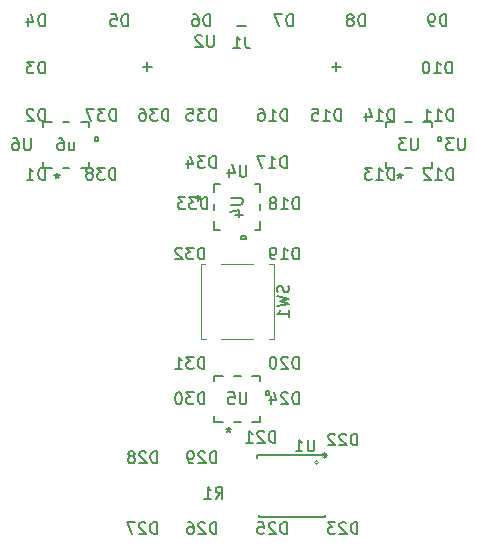
<source format=gbr>
G04 #@! TF.GenerationSoftware,KiCad,Pcbnew,(5.0.0)*
G04 #@! TF.CreationDate,2019-05-30T18:33:39-04:00*
G04 #@! TF.ProjectId,Tiny-er T,54696E792D657220542E6B696361645F,rev?*
G04 #@! TF.SameCoordinates,Original*
G04 #@! TF.FileFunction,Legend,Bot*
G04 #@! TF.FilePolarity,Positive*
%FSLAX46Y46*%
G04 Gerber Fmt 4.6, Leading zero omitted, Abs format (unit mm)*
G04 Created by KiCad (PCBNEW (5.0.0)) date 05/30/19 18:33:39*
%MOMM*%
%LPD*%
G01*
G04 APERTURE LIST*
%ADD10C,0.150000*%
%ADD11C,0.100000*%
%ADD12C,0.120000*%
%ADD13C,0.152400*%
G04 APERTURE END LIST*
D10*
G04 #@! TO.C,U1*
X117375000Y-120000000D02*
X111800000Y-120000000D01*
X117400000Y-114800000D02*
X111700000Y-114800000D01*
X117400000Y-120000000D02*
X117400000Y-119800000D01*
X111800000Y-119975000D02*
X111800000Y-119830000D01*
X111700000Y-114800000D02*
X111700000Y-115000000D01*
X117400000Y-114800000D02*
X117400000Y-114900000D01*
D11*
X116841421Y-115400000D02*
G75*
G03X116841421Y-115400000I-141421J0D01*
G01*
X117541421Y-114800000D02*
G75*
G03X117541421Y-114800000I-141421J0D01*
G01*
X117623607Y-114800000D02*
G75*
G03X117623607Y-114800000I-223607J0D01*
G01*
D12*
G04 #@! TO.C,SW1*
X107350000Y-104900000D02*
X106900000Y-104900000D01*
X106900000Y-104900000D02*
X106900000Y-98600000D01*
X106900000Y-98600000D02*
X107300000Y-98600000D01*
X108650000Y-104900000D02*
X111350000Y-104900000D01*
X111350000Y-98600000D02*
X108650000Y-98600000D01*
X113100000Y-104900000D02*
X113100000Y-98600000D01*
X113100000Y-98600000D02*
X112650000Y-98600000D01*
X112650000Y-104900000D02*
X113100000Y-104900000D01*
D13*
G04 #@! TO.C,U4*
X110309499Y-96197943D02*
X110309499Y-96451943D01*
X110690499Y-96197943D02*
X110309499Y-96197943D01*
X110690499Y-96451943D02*
X110690499Y-96197943D01*
X110309499Y-96451943D02*
X110690499Y-96451943D01*
X108048000Y-94027307D02*
X108048000Y-93472693D01*
X108527305Y-95702000D02*
X108048000Y-95702000D01*
X111952000Y-94972695D02*
X111952000Y-95702000D01*
X111952000Y-93472693D02*
X111952000Y-94027307D01*
X111472695Y-91798000D02*
X111952000Y-91798000D01*
X108048000Y-92527305D02*
X108048000Y-91798000D01*
X108048000Y-91798000D02*
X108527305Y-91798000D01*
X108048000Y-95702000D02*
X108048000Y-94972695D01*
X111952000Y-95702000D02*
X111472695Y-95702000D01*
X111952000Y-91798000D02*
X111952000Y-92527305D01*
G04 #@! TO.C,U3*
X126947943Y-88190501D02*
X127201943Y-88190501D01*
X126947943Y-87809501D02*
X126947943Y-88190501D01*
X127201943Y-87809501D02*
X126947943Y-87809501D01*
X127201943Y-88190501D02*
X127201943Y-87809501D01*
X124777307Y-90452000D02*
X124222693Y-90452000D01*
X126452000Y-89972695D02*
X126452000Y-90452000D01*
X125722695Y-86548000D02*
X126452000Y-86548000D01*
X124222693Y-86548000D02*
X124777307Y-86548000D01*
X122548000Y-87027305D02*
X122548000Y-86548000D01*
X123277305Y-90452000D02*
X122548000Y-90452000D01*
X122548000Y-90452000D02*
X122548000Y-89972695D01*
X126452000Y-90452000D02*
X125722695Y-90452000D01*
X126452000Y-86548000D02*
X126452000Y-87027305D01*
X122548000Y-86548000D02*
X123277305Y-86548000D01*
G04 #@! TO.C,U5*
X112447943Y-109690501D02*
X112701943Y-109690501D01*
X112447943Y-109309501D02*
X112447943Y-109690501D01*
X112701943Y-109309501D02*
X112447943Y-109309501D01*
X112701943Y-109690501D02*
X112701943Y-109309501D01*
X110277307Y-111952000D02*
X109722693Y-111952000D01*
X111952000Y-111472695D02*
X111952000Y-111952000D01*
X111222695Y-108048000D02*
X111952000Y-108048000D01*
X109722693Y-108048000D02*
X110277307Y-108048000D01*
X108048000Y-108527305D02*
X108048000Y-108048000D01*
X108777305Y-111952000D02*
X108048000Y-111952000D01*
X108048000Y-111952000D02*
X108048000Y-111472695D01*
X111952000Y-111952000D02*
X111222695Y-111952000D01*
X111952000Y-108048000D02*
X111952000Y-108527305D01*
X108048000Y-108048000D02*
X108777305Y-108048000D01*
G04 #@! TO.C,U6*
X93548000Y-86548000D02*
X94277305Y-86548000D01*
X97452000Y-86548000D02*
X97452000Y-87027305D01*
X97452000Y-90452000D02*
X96722695Y-90452000D01*
X93548000Y-90452000D02*
X93548000Y-89972695D01*
X94277305Y-90452000D02*
X93548000Y-90452000D01*
X93548000Y-87027305D02*
X93548000Y-86548000D01*
X95222693Y-86548000D02*
X95777307Y-86548000D01*
X96722695Y-86548000D02*
X97452000Y-86548000D01*
X97452000Y-89972695D02*
X97452000Y-90452000D01*
X95777307Y-90452000D02*
X95222693Y-90452000D01*
X98201943Y-88190501D02*
X98201943Y-87809501D01*
X98201943Y-87809501D02*
X97947943Y-87809501D01*
X97947943Y-87809501D02*
X97947943Y-88190501D01*
X97947943Y-88190501D02*
X98201943Y-88190501D01*
G04 #@! TO.C,D1*
D10*
X93688095Y-91452380D02*
X93688095Y-90452380D01*
X93450000Y-90452380D01*
X93307142Y-90500000D01*
X93211904Y-90595238D01*
X93164285Y-90690476D01*
X93116666Y-90880952D01*
X93116666Y-91023809D01*
X93164285Y-91214285D01*
X93211904Y-91309523D01*
X93307142Y-91404761D01*
X93450000Y-91452380D01*
X93688095Y-91452380D01*
X92164285Y-91452380D02*
X92735714Y-91452380D01*
X92450000Y-91452380D02*
X92450000Y-90452380D01*
X92545238Y-90595238D01*
X92640476Y-90690476D01*
X92735714Y-90738095D01*
G04 #@! TO.C,D2*
X93688095Y-86452380D02*
X93688095Y-85452380D01*
X93450000Y-85452380D01*
X93307142Y-85500000D01*
X93211904Y-85595238D01*
X93164285Y-85690476D01*
X93116666Y-85880952D01*
X93116666Y-86023809D01*
X93164285Y-86214285D01*
X93211904Y-86309523D01*
X93307142Y-86404761D01*
X93450000Y-86452380D01*
X93688095Y-86452380D01*
X92735714Y-85547619D02*
X92688095Y-85500000D01*
X92592857Y-85452380D01*
X92354761Y-85452380D01*
X92259523Y-85500000D01*
X92211904Y-85547619D01*
X92164285Y-85642857D01*
X92164285Y-85738095D01*
X92211904Y-85880952D01*
X92783333Y-86452380D01*
X92164285Y-86452380D01*
G04 #@! TO.C,D3*
X93688095Y-82452380D02*
X93688095Y-81452380D01*
X93450000Y-81452380D01*
X93307142Y-81500000D01*
X93211904Y-81595238D01*
X93164285Y-81690476D01*
X93116666Y-81880952D01*
X93116666Y-82023809D01*
X93164285Y-82214285D01*
X93211904Y-82309523D01*
X93307142Y-82404761D01*
X93450000Y-82452380D01*
X93688095Y-82452380D01*
X92783333Y-81452380D02*
X92164285Y-81452380D01*
X92497619Y-81833333D01*
X92354761Y-81833333D01*
X92259523Y-81880952D01*
X92211904Y-81928571D01*
X92164285Y-82023809D01*
X92164285Y-82261904D01*
X92211904Y-82357142D01*
X92259523Y-82404761D01*
X92354761Y-82452380D01*
X92640476Y-82452380D01*
X92735714Y-82404761D01*
X92783333Y-82357142D01*
G04 #@! TO.C,D4*
X93688095Y-78452380D02*
X93688095Y-77452380D01*
X93450000Y-77452380D01*
X93307142Y-77500000D01*
X93211904Y-77595238D01*
X93164285Y-77690476D01*
X93116666Y-77880952D01*
X93116666Y-78023809D01*
X93164285Y-78214285D01*
X93211904Y-78309523D01*
X93307142Y-78404761D01*
X93450000Y-78452380D01*
X93688095Y-78452380D01*
X92259523Y-77785714D02*
X92259523Y-78452380D01*
X92497619Y-77404761D02*
X92735714Y-78119047D01*
X92116666Y-78119047D01*
G04 #@! TO.C,D5*
X100738095Y-78452380D02*
X100738095Y-77452380D01*
X100500000Y-77452380D01*
X100357142Y-77500000D01*
X100261904Y-77595238D01*
X100214285Y-77690476D01*
X100166666Y-77880952D01*
X100166666Y-78023809D01*
X100214285Y-78214285D01*
X100261904Y-78309523D01*
X100357142Y-78404761D01*
X100500000Y-78452380D01*
X100738095Y-78452380D01*
X99261904Y-77452380D02*
X99738095Y-77452380D01*
X99785714Y-77928571D01*
X99738095Y-77880952D01*
X99642857Y-77833333D01*
X99404761Y-77833333D01*
X99309523Y-77880952D01*
X99261904Y-77928571D01*
X99214285Y-78023809D01*
X99214285Y-78261904D01*
X99261904Y-78357142D01*
X99309523Y-78404761D01*
X99404761Y-78452380D01*
X99642857Y-78452380D01*
X99738095Y-78404761D01*
X99785714Y-78357142D01*
G04 #@! TO.C,D6*
X107688095Y-78452380D02*
X107688095Y-77452380D01*
X107450000Y-77452380D01*
X107307142Y-77500000D01*
X107211904Y-77595238D01*
X107164285Y-77690476D01*
X107116666Y-77880952D01*
X107116666Y-78023809D01*
X107164285Y-78214285D01*
X107211904Y-78309523D01*
X107307142Y-78404761D01*
X107450000Y-78452380D01*
X107688095Y-78452380D01*
X106259523Y-77452380D02*
X106450000Y-77452380D01*
X106545238Y-77500000D01*
X106592857Y-77547619D01*
X106688095Y-77690476D01*
X106735714Y-77880952D01*
X106735714Y-78261904D01*
X106688095Y-78357142D01*
X106640476Y-78404761D01*
X106545238Y-78452380D01*
X106354761Y-78452380D01*
X106259523Y-78404761D01*
X106211904Y-78357142D01*
X106164285Y-78261904D01*
X106164285Y-78023809D01*
X106211904Y-77928571D01*
X106259523Y-77880952D01*
X106354761Y-77833333D01*
X106545238Y-77833333D01*
X106640476Y-77880952D01*
X106688095Y-77928571D01*
X106735714Y-78023809D01*
G04 #@! TO.C,D7*
X114688095Y-78452380D02*
X114688095Y-77452380D01*
X114450000Y-77452380D01*
X114307142Y-77500000D01*
X114211904Y-77595238D01*
X114164285Y-77690476D01*
X114116666Y-77880952D01*
X114116666Y-78023809D01*
X114164285Y-78214285D01*
X114211904Y-78309523D01*
X114307142Y-78404761D01*
X114450000Y-78452380D01*
X114688095Y-78452380D01*
X113783333Y-77452380D02*
X113116666Y-77452380D01*
X113545238Y-78452380D01*
G04 #@! TO.C,D8*
X120788095Y-78452380D02*
X120788095Y-77452380D01*
X120550000Y-77452380D01*
X120407142Y-77500000D01*
X120311904Y-77595238D01*
X120264285Y-77690476D01*
X120216666Y-77880952D01*
X120216666Y-78023809D01*
X120264285Y-78214285D01*
X120311904Y-78309523D01*
X120407142Y-78404761D01*
X120550000Y-78452380D01*
X120788095Y-78452380D01*
X119645238Y-77880952D02*
X119740476Y-77833333D01*
X119788095Y-77785714D01*
X119835714Y-77690476D01*
X119835714Y-77642857D01*
X119788095Y-77547619D01*
X119740476Y-77500000D01*
X119645238Y-77452380D01*
X119454761Y-77452380D01*
X119359523Y-77500000D01*
X119311904Y-77547619D01*
X119264285Y-77642857D01*
X119264285Y-77690476D01*
X119311904Y-77785714D01*
X119359523Y-77833333D01*
X119454761Y-77880952D01*
X119645238Y-77880952D01*
X119740476Y-77928571D01*
X119788095Y-77976190D01*
X119835714Y-78071428D01*
X119835714Y-78261904D01*
X119788095Y-78357142D01*
X119740476Y-78404761D01*
X119645238Y-78452380D01*
X119454761Y-78452380D01*
X119359523Y-78404761D01*
X119311904Y-78357142D01*
X119264285Y-78261904D01*
X119264285Y-78071428D01*
X119311904Y-77976190D01*
X119359523Y-77928571D01*
X119454761Y-77880952D01*
G04 #@! TO.C,D9*
X127688095Y-78452380D02*
X127688095Y-77452380D01*
X127450000Y-77452380D01*
X127307142Y-77500000D01*
X127211904Y-77595238D01*
X127164285Y-77690476D01*
X127116666Y-77880952D01*
X127116666Y-78023809D01*
X127164285Y-78214285D01*
X127211904Y-78309523D01*
X127307142Y-78404761D01*
X127450000Y-78452380D01*
X127688095Y-78452380D01*
X126640476Y-78452380D02*
X126450000Y-78452380D01*
X126354761Y-78404761D01*
X126307142Y-78357142D01*
X126211904Y-78214285D01*
X126164285Y-78023809D01*
X126164285Y-77642857D01*
X126211904Y-77547619D01*
X126259523Y-77500000D01*
X126354761Y-77452380D01*
X126545238Y-77452380D01*
X126640476Y-77500000D01*
X126688095Y-77547619D01*
X126735714Y-77642857D01*
X126735714Y-77880952D01*
X126688095Y-77976190D01*
X126640476Y-78023809D01*
X126545238Y-78071428D01*
X126354761Y-78071428D01*
X126259523Y-78023809D01*
X126211904Y-77976190D01*
X126164285Y-77880952D01*
G04 #@! TO.C,D10*
X128164285Y-82452380D02*
X128164285Y-81452380D01*
X127926190Y-81452380D01*
X127783333Y-81500000D01*
X127688095Y-81595238D01*
X127640476Y-81690476D01*
X127592857Y-81880952D01*
X127592857Y-82023809D01*
X127640476Y-82214285D01*
X127688095Y-82309523D01*
X127783333Y-82404761D01*
X127926190Y-82452380D01*
X128164285Y-82452380D01*
X126640476Y-82452380D02*
X127211904Y-82452380D01*
X126926190Y-82452380D02*
X126926190Y-81452380D01*
X127021428Y-81595238D01*
X127116666Y-81690476D01*
X127211904Y-81738095D01*
X126021428Y-81452380D02*
X125926190Y-81452380D01*
X125830952Y-81500000D01*
X125783333Y-81547619D01*
X125735714Y-81642857D01*
X125688095Y-81833333D01*
X125688095Y-82071428D01*
X125735714Y-82261904D01*
X125783333Y-82357142D01*
X125830952Y-82404761D01*
X125926190Y-82452380D01*
X126021428Y-82452380D01*
X126116666Y-82404761D01*
X126164285Y-82357142D01*
X126211904Y-82261904D01*
X126259523Y-82071428D01*
X126259523Y-81833333D01*
X126211904Y-81642857D01*
X126164285Y-81547619D01*
X126116666Y-81500000D01*
X126021428Y-81452380D01*
G04 #@! TO.C,D11*
X128264285Y-86452380D02*
X128264285Y-85452380D01*
X128026190Y-85452380D01*
X127883333Y-85500000D01*
X127788095Y-85595238D01*
X127740476Y-85690476D01*
X127692857Y-85880952D01*
X127692857Y-86023809D01*
X127740476Y-86214285D01*
X127788095Y-86309523D01*
X127883333Y-86404761D01*
X128026190Y-86452380D01*
X128264285Y-86452380D01*
X126740476Y-86452380D02*
X127311904Y-86452380D01*
X127026190Y-86452380D02*
X127026190Y-85452380D01*
X127121428Y-85595238D01*
X127216666Y-85690476D01*
X127311904Y-85738095D01*
X125788095Y-86452380D02*
X126359523Y-86452380D01*
X126073809Y-86452380D02*
X126073809Y-85452380D01*
X126169047Y-85595238D01*
X126264285Y-85690476D01*
X126359523Y-85738095D01*
G04 #@! TO.C,D12*
X128264285Y-91452380D02*
X128264285Y-90452380D01*
X128026190Y-90452380D01*
X127883333Y-90500000D01*
X127788095Y-90595238D01*
X127740476Y-90690476D01*
X127692857Y-90880952D01*
X127692857Y-91023809D01*
X127740476Y-91214285D01*
X127788095Y-91309523D01*
X127883333Y-91404761D01*
X128026190Y-91452380D01*
X128264285Y-91452380D01*
X126740476Y-91452380D02*
X127311904Y-91452380D01*
X127026190Y-91452380D02*
X127026190Y-90452380D01*
X127121428Y-90595238D01*
X127216666Y-90690476D01*
X127311904Y-90738095D01*
X126359523Y-90547619D02*
X126311904Y-90500000D01*
X126216666Y-90452380D01*
X125978571Y-90452380D01*
X125883333Y-90500000D01*
X125835714Y-90547619D01*
X125788095Y-90642857D01*
X125788095Y-90738095D01*
X125835714Y-90880952D01*
X126407142Y-91452380D01*
X125788095Y-91452380D01*
G04 #@! TO.C,D13*
X123264285Y-91452380D02*
X123264285Y-90452380D01*
X123026190Y-90452380D01*
X122883333Y-90500000D01*
X122788095Y-90595238D01*
X122740476Y-90690476D01*
X122692857Y-90880952D01*
X122692857Y-91023809D01*
X122740476Y-91214285D01*
X122788095Y-91309523D01*
X122883333Y-91404761D01*
X123026190Y-91452380D01*
X123264285Y-91452380D01*
X121740476Y-91452380D02*
X122311904Y-91452380D01*
X122026190Y-91452380D02*
X122026190Y-90452380D01*
X122121428Y-90595238D01*
X122216666Y-90690476D01*
X122311904Y-90738095D01*
X121407142Y-90452380D02*
X120788095Y-90452380D01*
X121121428Y-90833333D01*
X120978571Y-90833333D01*
X120883333Y-90880952D01*
X120835714Y-90928571D01*
X120788095Y-91023809D01*
X120788095Y-91261904D01*
X120835714Y-91357142D01*
X120883333Y-91404761D01*
X120978571Y-91452380D01*
X121264285Y-91452380D01*
X121359523Y-91404761D01*
X121407142Y-91357142D01*
G04 #@! TO.C,D14*
X123264285Y-86452380D02*
X123264285Y-85452380D01*
X123026190Y-85452380D01*
X122883333Y-85500000D01*
X122788095Y-85595238D01*
X122740476Y-85690476D01*
X122692857Y-85880952D01*
X122692857Y-86023809D01*
X122740476Y-86214285D01*
X122788095Y-86309523D01*
X122883333Y-86404761D01*
X123026190Y-86452380D01*
X123264285Y-86452380D01*
X121740476Y-86452380D02*
X122311904Y-86452380D01*
X122026190Y-86452380D02*
X122026190Y-85452380D01*
X122121428Y-85595238D01*
X122216666Y-85690476D01*
X122311904Y-85738095D01*
X120883333Y-85785714D02*
X120883333Y-86452380D01*
X121121428Y-85404761D02*
X121359523Y-86119047D01*
X120740476Y-86119047D01*
G04 #@! TO.C,D15*
X118764285Y-86452380D02*
X118764285Y-85452380D01*
X118526190Y-85452380D01*
X118383333Y-85500000D01*
X118288095Y-85595238D01*
X118240476Y-85690476D01*
X118192857Y-85880952D01*
X118192857Y-86023809D01*
X118240476Y-86214285D01*
X118288095Y-86309523D01*
X118383333Y-86404761D01*
X118526190Y-86452380D01*
X118764285Y-86452380D01*
X117240476Y-86452380D02*
X117811904Y-86452380D01*
X117526190Y-86452380D02*
X117526190Y-85452380D01*
X117621428Y-85595238D01*
X117716666Y-85690476D01*
X117811904Y-85738095D01*
X116335714Y-85452380D02*
X116811904Y-85452380D01*
X116859523Y-85928571D01*
X116811904Y-85880952D01*
X116716666Y-85833333D01*
X116478571Y-85833333D01*
X116383333Y-85880952D01*
X116335714Y-85928571D01*
X116288095Y-86023809D01*
X116288095Y-86261904D01*
X116335714Y-86357142D01*
X116383333Y-86404761D01*
X116478571Y-86452380D01*
X116716666Y-86452380D01*
X116811904Y-86404761D01*
X116859523Y-86357142D01*
G04 #@! TO.C,D16*
X114214285Y-86452380D02*
X114214285Y-85452380D01*
X113976190Y-85452380D01*
X113833333Y-85500000D01*
X113738095Y-85595238D01*
X113690476Y-85690476D01*
X113642857Y-85880952D01*
X113642857Y-86023809D01*
X113690476Y-86214285D01*
X113738095Y-86309523D01*
X113833333Y-86404761D01*
X113976190Y-86452380D01*
X114214285Y-86452380D01*
X112690476Y-86452380D02*
X113261904Y-86452380D01*
X112976190Y-86452380D02*
X112976190Y-85452380D01*
X113071428Y-85595238D01*
X113166666Y-85690476D01*
X113261904Y-85738095D01*
X111833333Y-85452380D02*
X112023809Y-85452380D01*
X112119047Y-85500000D01*
X112166666Y-85547619D01*
X112261904Y-85690476D01*
X112309523Y-85880952D01*
X112309523Y-86261904D01*
X112261904Y-86357142D01*
X112214285Y-86404761D01*
X112119047Y-86452380D01*
X111928571Y-86452380D01*
X111833333Y-86404761D01*
X111785714Y-86357142D01*
X111738095Y-86261904D01*
X111738095Y-86023809D01*
X111785714Y-85928571D01*
X111833333Y-85880952D01*
X111928571Y-85833333D01*
X112119047Y-85833333D01*
X112214285Y-85880952D01*
X112261904Y-85928571D01*
X112309523Y-86023809D01*
G04 #@! TO.C,D17*
X114164285Y-90452380D02*
X114164285Y-89452380D01*
X113926190Y-89452380D01*
X113783333Y-89500000D01*
X113688095Y-89595238D01*
X113640476Y-89690476D01*
X113592857Y-89880952D01*
X113592857Y-90023809D01*
X113640476Y-90214285D01*
X113688095Y-90309523D01*
X113783333Y-90404761D01*
X113926190Y-90452380D01*
X114164285Y-90452380D01*
X112640476Y-90452380D02*
X113211904Y-90452380D01*
X112926190Y-90452380D02*
X112926190Y-89452380D01*
X113021428Y-89595238D01*
X113116666Y-89690476D01*
X113211904Y-89738095D01*
X112307142Y-89452380D02*
X111640476Y-89452380D01*
X112069047Y-90452380D01*
G04 #@! TO.C,D18*
X115214285Y-93952380D02*
X115214285Y-92952380D01*
X114976190Y-92952380D01*
X114833333Y-93000000D01*
X114738095Y-93095238D01*
X114690476Y-93190476D01*
X114642857Y-93380952D01*
X114642857Y-93523809D01*
X114690476Y-93714285D01*
X114738095Y-93809523D01*
X114833333Y-93904761D01*
X114976190Y-93952380D01*
X115214285Y-93952380D01*
X113690476Y-93952380D02*
X114261904Y-93952380D01*
X113976190Y-93952380D02*
X113976190Y-92952380D01*
X114071428Y-93095238D01*
X114166666Y-93190476D01*
X114261904Y-93238095D01*
X113119047Y-93380952D02*
X113214285Y-93333333D01*
X113261904Y-93285714D01*
X113309523Y-93190476D01*
X113309523Y-93142857D01*
X113261904Y-93047619D01*
X113214285Y-93000000D01*
X113119047Y-92952380D01*
X112928571Y-92952380D01*
X112833333Y-93000000D01*
X112785714Y-93047619D01*
X112738095Y-93142857D01*
X112738095Y-93190476D01*
X112785714Y-93285714D01*
X112833333Y-93333333D01*
X112928571Y-93380952D01*
X113119047Y-93380952D01*
X113214285Y-93428571D01*
X113261904Y-93476190D01*
X113309523Y-93571428D01*
X113309523Y-93761904D01*
X113261904Y-93857142D01*
X113214285Y-93904761D01*
X113119047Y-93952380D01*
X112928571Y-93952380D01*
X112833333Y-93904761D01*
X112785714Y-93857142D01*
X112738095Y-93761904D01*
X112738095Y-93571428D01*
X112785714Y-93476190D01*
X112833333Y-93428571D01*
X112928571Y-93380952D01*
G04 #@! TO.C,D19*
X115214285Y-98202380D02*
X115214285Y-97202380D01*
X114976190Y-97202380D01*
X114833333Y-97250000D01*
X114738095Y-97345238D01*
X114690476Y-97440476D01*
X114642857Y-97630952D01*
X114642857Y-97773809D01*
X114690476Y-97964285D01*
X114738095Y-98059523D01*
X114833333Y-98154761D01*
X114976190Y-98202380D01*
X115214285Y-98202380D01*
X113690476Y-98202380D02*
X114261904Y-98202380D01*
X113976190Y-98202380D02*
X113976190Y-97202380D01*
X114071428Y-97345238D01*
X114166666Y-97440476D01*
X114261904Y-97488095D01*
X113214285Y-98202380D02*
X113023809Y-98202380D01*
X112928571Y-98154761D01*
X112880952Y-98107142D01*
X112785714Y-97964285D01*
X112738095Y-97773809D01*
X112738095Y-97392857D01*
X112785714Y-97297619D01*
X112833333Y-97250000D01*
X112928571Y-97202380D01*
X113119047Y-97202380D01*
X113214285Y-97250000D01*
X113261904Y-97297619D01*
X113309523Y-97392857D01*
X113309523Y-97630952D01*
X113261904Y-97726190D01*
X113214285Y-97773809D01*
X113119047Y-97821428D01*
X112928571Y-97821428D01*
X112833333Y-97773809D01*
X112785714Y-97726190D01*
X112738095Y-97630952D01*
G04 #@! TO.C,D20*
X115214285Y-107452380D02*
X115214285Y-106452380D01*
X114976190Y-106452380D01*
X114833333Y-106500000D01*
X114738095Y-106595238D01*
X114690476Y-106690476D01*
X114642857Y-106880952D01*
X114642857Y-107023809D01*
X114690476Y-107214285D01*
X114738095Y-107309523D01*
X114833333Y-107404761D01*
X114976190Y-107452380D01*
X115214285Y-107452380D01*
X114261904Y-106547619D02*
X114214285Y-106500000D01*
X114119047Y-106452380D01*
X113880952Y-106452380D01*
X113785714Y-106500000D01*
X113738095Y-106547619D01*
X113690476Y-106642857D01*
X113690476Y-106738095D01*
X113738095Y-106880952D01*
X114309523Y-107452380D01*
X113690476Y-107452380D01*
X113071428Y-106452380D02*
X112976190Y-106452380D01*
X112880952Y-106500000D01*
X112833333Y-106547619D01*
X112785714Y-106642857D01*
X112738095Y-106833333D01*
X112738095Y-107071428D01*
X112785714Y-107261904D01*
X112833333Y-107357142D01*
X112880952Y-107404761D01*
X112976190Y-107452380D01*
X113071428Y-107452380D01*
X113166666Y-107404761D01*
X113214285Y-107357142D01*
X113261904Y-107261904D01*
X113309523Y-107071428D01*
X113309523Y-106833333D01*
X113261904Y-106642857D01*
X113214285Y-106547619D01*
X113166666Y-106500000D01*
X113071428Y-106452380D01*
G04 #@! TO.C,D21*
X113214285Y-113702380D02*
X113214285Y-112702380D01*
X112976190Y-112702380D01*
X112833333Y-112750000D01*
X112738095Y-112845238D01*
X112690476Y-112940476D01*
X112642857Y-113130952D01*
X112642857Y-113273809D01*
X112690476Y-113464285D01*
X112738095Y-113559523D01*
X112833333Y-113654761D01*
X112976190Y-113702380D01*
X113214285Y-113702380D01*
X112261904Y-112797619D02*
X112214285Y-112750000D01*
X112119047Y-112702380D01*
X111880952Y-112702380D01*
X111785714Y-112750000D01*
X111738095Y-112797619D01*
X111690476Y-112892857D01*
X111690476Y-112988095D01*
X111738095Y-113130952D01*
X112309523Y-113702380D01*
X111690476Y-113702380D01*
X110738095Y-113702380D02*
X111309523Y-113702380D01*
X111023809Y-113702380D02*
X111023809Y-112702380D01*
X111119047Y-112845238D01*
X111214285Y-112940476D01*
X111309523Y-112988095D01*
G04 #@! TO.C,D22*
X120164285Y-113952380D02*
X120164285Y-112952380D01*
X119926190Y-112952380D01*
X119783333Y-113000000D01*
X119688095Y-113095238D01*
X119640476Y-113190476D01*
X119592857Y-113380952D01*
X119592857Y-113523809D01*
X119640476Y-113714285D01*
X119688095Y-113809523D01*
X119783333Y-113904761D01*
X119926190Y-113952380D01*
X120164285Y-113952380D01*
X119211904Y-113047619D02*
X119164285Y-113000000D01*
X119069047Y-112952380D01*
X118830952Y-112952380D01*
X118735714Y-113000000D01*
X118688095Y-113047619D01*
X118640476Y-113142857D01*
X118640476Y-113238095D01*
X118688095Y-113380952D01*
X119259523Y-113952380D01*
X118640476Y-113952380D01*
X118259523Y-113047619D02*
X118211904Y-113000000D01*
X118116666Y-112952380D01*
X117878571Y-112952380D01*
X117783333Y-113000000D01*
X117735714Y-113047619D01*
X117688095Y-113142857D01*
X117688095Y-113238095D01*
X117735714Y-113380952D01*
X118307142Y-113952380D01*
X117688095Y-113952380D01*
G04 #@! TO.C,D23*
X120164285Y-121452380D02*
X120164285Y-120452380D01*
X119926190Y-120452380D01*
X119783333Y-120500000D01*
X119688095Y-120595238D01*
X119640476Y-120690476D01*
X119592857Y-120880952D01*
X119592857Y-121023809D01*
X119640476Y-121214285D01*
X119688095Y-121309523D01*
X119783333Y-121404761D01*
X119926190Y-121452380D01*
X120164285Y-121452380D01*
X119211904Y-120547619D02*
X119164285Y-120500000D01*
X119069047Y-120452380D01*
X118830952Y-120452380D01*
X118735714Y-120500000D01*
X118688095Y-120547619D01*
X118640476Y-120642857D01*
X118640476Y-120738095D01*
X118688095Y-120880952D01*
X119259523Y-121452380D01*
X118640476Y-121452380D01*
X118307142Y-120452380D02*
X117688095Y-120452380D01*
X118021428Y-120833333D01*
X117878571Y-120833333D01*
X117783333Y-120880952D01*
X117735714Y-120928571D01*
X117688095Y-121023809D01*
X117688095Y-121261904D01*
X117735714Y-121357142D01*
X117783333Y-121404761D01*
X117878571Y-121452380D01*
X118164285Y-121452380D01*
X118259523Y-121404761D01*
X118307142Y-121357142D01*
G04 #@! TO.C,D24*
X115214285Y-110452380D02*
X115214285Y-109452380D01*
X114976190Y-109452380D01*
X114833333Y-109500000D01*
X114738095Y-109595238D01*
X114690476Y-109690476D01*
X114642857Y-109880952D01*
X114642857Y-110023809D01*
X114690476Y-110214285D01*
X114738095Y-110309523D01*
X114833333Y-110404761D01*
X114976190Y-110452380D01*
X115214285Y-110452380D01*
X114261904Y-109547619D02*
X114214285Y-109500000D01*
X114119047Y-109452380D01*
X113880952Y-109452380D01*
X113785714Y-109500000D01*
X113738095Y-109547619D01*
X113690476Y-109642857D01*
X113690476Y-109738095D01*
X113738095Y-109880952D01*
X114309523Y-110452380D01*
X113690476Y-110452380D01*
X112833333Y-109785714D02*
X112833333Y-110452380D01*
X113071428Y-109404761D02*
X113309523Y-110119047D01*
X112690476Y-110119047D01*
G04 #@! TO.C,U1*
X116511904Y-113452380D02*
X116511904Y-114261904D01*
X116464285Y-114357142D01*
X116416666Y-114404761D01*
X116321428Y-114452380D01*
X116130952Y-114452380D01*
X116035714Y-114404761D01*
X115988095Y-114357142D01*
X115940476Y-114261904D01*
X115940476Y-113452380D01*
X114940476Y-114452380D02*
X115511904Y-114452380D01*
X115226190Y-114452380D02*
X115226190Y-113452380D01*
X115321428Y-113595238D01*
X115416666Y-113690476D01*
X115511904Y-113738095D01*
G04 #@! TO.C,SW1*
X114304761Y-100416666D02*
X114352380Y-100559523D01*
X114352380Y-100797619D01*
X114304761Y-100892857D01*
X114257142Y-100940476D01*
X114161904Y-100988095D01*
X114066666Y-100988095D01*
X113971428Y-100940476D01*
X113923809Y-100892857D01*
X113876190Y-100797619D01*
X113828571Y-100607142D01*
X113780952Y-100511904D01*
X113733333Y-100464285D01*
X113638095Y-100416666D01*
X113542857Y-100416666D01*
X113447619Y-100464285D01*
X113400000Y-100511904D01*
X113352380Y-100607142D01*
X113352380Y-100845238D01*
X113400000Y-100988095D01*
X113352380Y-101321428D02*
X114352380Y-101559523D01*
X113638095Y-101750000D01*
X114352380Y-101940476D01*
X113352380Y-102178571D01*
X114352380Y-103083333D02*
X114352380Y-102511904D01*
X114352380Y-102797619D02*
X113352380Y-102797619D01*
X113495238Y-102702380D01*
X113590476Y-102607142D01*
X113638095Y-102511904D01*
G04 #@! TO.C,U4*
X109452380Y-92988095D02*
X110261904Y-92988095D01*
X110357142Y-93035714D01*
X110404761Y-93083333D01*
X110452380Y-93178571D01*
X110452380Y-93369047D01*
X110404761Y-93464285D01*
X110357142Y-93511904D01*
X110261904Y-93559523D01*
X109452380Y-93559523D01*
X109785714Y-94464285D02*
X110452380Y-94464285D01*
X109404761Y-94226190D02*
X110119047Y-93988095D01*
X110119047Y-94607142D01*
X110761904Y-90202380D02*
X110761904Y-91011904D01*
X110714285Y-91107142D01*
X110666666Y-91154761D01*
X110571428Y-91202380D01*
X110380952Y-91202380D01*
X110285714Y-91154761D01*
X110238095Y-91107142D01*
X110190476Y-91011904D01*
X110190476Y-90202380D01*
X109285714Y-90535714D02*
X109285714Y-91202380D01*
X109523809Y-90154761D02*
X109761904Y-90869047D01*
X109142857Y-90869047D01*
X106509038Y-93000000D02*
X106747134Y-93000000D01*
X106651896Y-92761904D02*
X106747134Y-93000000D01*
X106651896Y-93238095D01*
X106937610Y-92857142D02*
X106747134Y-93000000D01*
X106937610Y-93142857D01*
G04 #@! TO.C,U2*
X108011904Y-79202380D02*
X108011904Y-80011904D01*
X107964285Y-80107142D01*
X107916666Y-80154761D01*
X107821428Y-80202380D01*
X107630952Y-80202380D01*
X107535714Y-80154761D01*
X107488095Y-80107142D01*
X107440476Y-80011904D01*
X107440476Y-79202380D01*
X107011904Y-79297619D02*
X106964285Y-79250000D01*
X106869047Y-79202380D01*
X106630952Y-79202380D01*
X106535714Y-79250000D01*
X106488095Y-79297619D01*
X106440476Y-79392857D01*
X106440476Y-79488095D01*
X106488095Y-79630952D01*
X107059523Y-80202380D01*
X106440476Y-80202380D01*
G04 #@! TO.C,U3*
X125261904Y-87952380D02*
X125261904Y-88761904D01*
X125214285Y-88857142D01*
X125166666Y-88904761D01*
X125071428Y-88952380D01*
X124880952Y-88952380D01*
X124785714Y-88904761D01*
X124738095Y-88857142D01*
X124690476Y-88761904D01*
X124690476Y-87952380D01*
X124309523Y-87952380D02*
X123690476Y-87952380D01*
X124023809Y-88333333D01*
X123880952Y-88333333D01*
X123785714Y-88380952D01*
X123738095Y-88428571D01*
X123690476Y-88523809D01*
X123690476Y-88761904D01*
X123738095Y-88857142D01*
X123785714Y-88904761D01*
X123880952Y-88952380D01*
X124166666Y-88952380D01*
X124261904Y-88904761D01*
X124309523Y-88857142D01*
X129261904Y-87952380D02*
X129261904Y-88761904D01*
X129214285Y-88857142D01*
X129166666Y-88904761D01*
X129071428Y-88952380D01*
X128880952Y-88952380D01*
X128785714Y-88904761D01*
X128738095Y-88857142D01*
X128690476Y-88761904D01*
X128690476Y-87952380D01*
X128309523Y-87952380D02*
X127690476Y-87952380D01*
X128023809Y-88333333D01*
X127880952Y-88333333D01*
X127785714Y-88380952D01*
X127738095Y-88428571D01*
X127690476Y-88523809D01*
X127690476Y-88761904D01*
X127738095Y-88857142D01*
X127785714Y-88904761D01*
X127880952Y-88952380D01*
X128166666Y-88952380D01*
X128261904Y-88904761D01*
X128309523Y-88857142D01*
X123750000Y-90895722D02*
X123750000Y-91133818D01*
X123988095Y-91038580D02*
X123750000Y-91133818D01*
X123511904Y-91038580D01*
X123892857Y-91324294D02*
X123750000Y-91133818D01*
X123607142Y-91324294D01*
G04 #@! TO.C,D25*
X114164285Y-121452380D02*
X114164285Y-120452380D01*
X113926190Y-120452380D01*
X113783333Y-120500000D01*
X113688095Y-120595238D01*
X113640476Y-120690476D01*
X113592857Y-120880952D01*
X113592857Y-121023809D01*
X113640476Y-121214285D01*
X113688095Y-121309523D01*
X113783333Y-121404761D01*
X113926190Y-121452380D01*
X114164285Y-121452380D01*
X113211904Y-120547619D02*
X113164285Y-120500000D01*
X113069047Y-120452380D01*
X112830952Y-120452380D01*
X112735714Y-120500000D01*
X112688095Y-120547619D01*
X112640476Y-120642857D01*
X112640476Y-120738095D01*
X112688095Y-120880952D01*
X113259523Y-121452380D01*
X112640476Y-121452380D01*
X111735714Y-120452380D02*
X112211904Y-120452380D01*
X112259523Y-120928571D01*
X112211904Y-120880952D01*
X112116666Y-120833333D01*
X111878571Y-120833333D01*
X111783333Y-120880952D01*
X111735714Y-120928571D01*
X111688095Y-121023809D01*
X111688095Y-121261904D01*
X111735714Y-121357142D01*
X111783333Y-121404761D01*
X111878571Y-121452380D01*
X112116666Y-121452380D01*
X112211904Y-121404761D01*
X112259523Y-121357142D01*
G04 #@! TO.C,D26*
X108214285Y-121452380D02*
X108214285Y-120452380D01*
X107976190Y-120452380D01*
X107833333Y-120500000D01*
X107738095Y-120595238D01*
X107690476Y-120690476D01*
X107642857Y-120880952D01*
X107642857Y-121023809D01*
X107690476Y-121214285D01*
X107738095Y-121309523D01*
X107833333Y-121404761D01*
X107976190Y-121452380D01*
X108214285Y-121452380D01*
X107261904Y-120547619D02*
X107214285Y-120500000D01*
X107119047Y-120452380D01*
X106880952Y-120452380D01*
X106785714Y-120500000D01*
X106738095Y-120547619D01*
X106690476Y-120642857D01*
X106690476Y-120738095D01*
X106738095Y-120880952D01*
X107309523Y-121452380D01*
X106690476Y-121452380D01*
X105833333Y-120452380D02*
X106023809Y-120452380D01*
X106119047Y-120500000D01*
X106166666Y-120547619D01*
X106261904Y-120690476D01*
X106309523Y-120880952D01*
X106309523Y-121261904D01*
X106261904Y-121357142D01*
X106214285Y-121404761D01*
X106119047Y-121452380D01*
X105928571Y-121452380D01*
X105833333Y-121404761D01*
X105785714Y-121357142D01*
X105738095Y-121261904D01*
X105738095Y-121023809D01*
X105785714Y-120928571D01*
X105833333Y-120880952D01*
X105928571Y-120833333D01*
X106119047Y-120833333D01*
X106214285Y-120880952D01*
X106261904Y-120928571D01*
X106309523Y-121023809D01*
G04 #@! TO.C,D27*
X103164285Y-121452380D02*
X103164285Y-120452380D01*
X102926190Y-120452380D01*
X102783333Y-120500000D01*
X102688095Y-120595238D01*
X102640476Y-120690476D01*
X102592857Y-120880952D01*
X102592857Y-121023809D01*
X102640476Y-121214285D01*
X102688095Y-121309523D01*
X102783333Y-121404761D01*
X102926190Y-121452380D01*
X103164285Y-121452380D01*
X102211904Y-120547619D02*
X102164285Y-120500000D01*
X102069047Y-120452380D01*
X101830952Y-120452380D01*
X101735714Y-120500000D01*
X101688095Y-120547619D01*
X101640476Y-120642857D01*
X101640476Y-120738095D01*
X101688095Y-120880952D01*
X102259523Y-121452380D01*
X101640476Y-121452380D01*
X101307142Y-120452380D02*
X100640476Y-120452380D01*
X101069047Y-121452380D01*
G04 #@! TO.C,D28*
X103214285Y-115452380D02*
X103214285Y-114452380D01*
X102976190Y-114452380D01*
X102833333Y-114500000D01*
X102738095Y-114595238D01*
X102690476Y-114690476D01*
X102642857Y-114880952D01*
X102642857Y-115023809D01*
X102690476Y-115214285D01*
X102738095Y-115309523D01*
X102833333Y-115404761D01*
X102976190Y-115452380D01*
X103214285Y-115452380D01*
X102261904Y-114547619D02*
X102214285Y-114500000D01*
X102119047Y-114452380D01*
X101880952Y-114452380D01*
X101785714Y-114500000D01*
X101738095Y-114547619D01*
X101690476Y-114642857D01*
X101690476Y-114738095D01*
X101738095Y-114880952D01*
X102309523Y-115452380D01*
X101690476Y-115452380D01*
X101119047Y-114880952D02*
X101214285Y-114833333D01*
X101261904Y-114785714D01*
X101309523Y-114690476D01*
X101309523Y-114642857D01*
X101261904Y-114547619D01*
X101214285Y-114500000D01*
X101119047Y-114452380D01*
X100928571Y-114452380D01*
X100833333Y-114500000D01*
X100785714Y-114547619D01*
X100738095Y-114642857D01*
X100738095Y-114690476D01*
X100785714Y-114785714D01*
X100833333Y-114833333D01*
X100928571Y-114880952D01*
X101119047Y-114880952D01*
X101214285Y-114928571D01*
X101261904Y-114976190D01*
X101309523Y-115071428D01*
X101309523Y-115261904D01*
X101261904Y-115357142D01*
X101214285Y-115404761D01*
X101119047Y-115452380D01*
X100928571Y-115452380D01*
X100833333Y-115404761D01*
X100785714Y-115357142D01*
X100738095Y-115261904D01*
X100738095Y-115071428D01*
X100785714Y-114976190D01*
X100833333Y-114928571D01*
X100928571Y-114880952D01*
G04 #@! TO.C,D29*
X108214285Y-115452380D02*
X108214285Y-114452380D01*
X107976190Y-114452380D01*
X107833333Y-114500000D01*
X107738095Y-114595238D01*
X107690476Y-114690476D01*
X107642857Y-114880952D01*
X107642857Y-115023809D01*
X107690476Y-115214285D01*
X107738095Y-115309523D01*
X107833333Y-115404761D01*
X107976190Y-115452380D01*
X108214285Y-115452380D01*
X107261904Y-114547619D02*
X107214285Y-114500000D01*
X107119047Y-114452380D01*
X106880952Y-114452380D01*
X106785714Y-114500000D01*
X106738095Y-114547619D01*
X106690476Y-114642857D01*
X106690476Y-114738095D01*
X106738095Y-114880952D01*
X107309523Y-115452380D01*
X106690476Y-115452380D01*
X106214285Y-115452380D02*
X106023809Y-115452380D01*
X105928571Y-115404761D01*
X105880952Y-115357142D01*
X105785714Y-115214285D01*
X105738095Y-115023809D01*
X105738095Y-114642857D01*
X105785714Y-114547619D01*
X105833333Y-114500000D01*
X105928571Y-114452380D01*
X106119047Y-114452380D01*
X106214285Y-114500000D01*
X106261904Y-114547619D01*
X106309523Y-114642857D01*
X106309523Y-114880952D01*
X106261904Y-114976190D01*
X106214285Y-115023809D01*
X106119047Y-115071428D01*
X105928571Y-115071428D01*
X105833333Y-115023809D01*
X105785714Y-114976190D01*
X105738095Y-114880952D01*
G04 #@! TO.C,D30*
X107214285Y-110452380D02*
X107214285Y-109452380D01*
X106976190Y-109452380D01*
X106833333Y-109500000D01*
X106738095Y-109595238D01*
X106690476Y-109690476D01*
X106642857Y-109880952D01*
X106642857Y-110023809D01*
X106690476Y-110214285D01*
X106738095Y-110309523D01*
X106833333Y-110404761D01*
X106976190Y-110452380D01*
X107214285Y-110452380D01*
X106309523Y-109452380D02*
X105690476Y-109452380D01*
X106023809Y-109833333D01*
X105880952Y-109833333D01*
X105785714Y-109880952D01*
X105738095Y-109928571D01*
X105690476Y-110023809D01*
X105690476Y-110261904D01*
X105738095Y-110357142D01*
X105785714Y-110404761D01*
X105880952Y-110452380D01*
X106166666Y-110452380D01*
X106261904Y-110404761D01*
X106309523Y-110357142D01*
X105071428Y-109452380D02*
X104976190Y-109452380D01*
X104880952Y-109500000D01*
X104833333Y-109547619D01*
X104785714Y-109642857D01*
X104738095Y-109833333D01*
X104738095Y-110071428D01*
X104785714Y-110261904D01*
X104833333Y-110357142D01*
X104880952Y-110404761D01*
X104976190Y-110452380D01*
X105071428Y-110452380D01*
X105166666Y-110404761D01*
X105214285Y-110357142D01*
X105261904Y-110261904D01*
X105309523Y-110071428D01*
X105309523Y-109833333D01*
X105261904Y-109642857D01*
X105214285Y-109547619D01*
X105166666Y-109500000D01*
X105071428Y-109452380D01*
G04 #@! TO.C,D31*
X107214285Y-107452380D02*
X107214285Y-106452380D01*
X106976190Y-106452380D01*
X106833333Y-106500000D01*
X106738095Y-106595238D01*
X106690476Y-106690476D01*
X106642857Y-106880952D01*
X106642857Y-107023809D01*
X106690476Y-107214285D01*
X106738095Y-107309523D01*
X106833333Y-107404761D01*
X106976190Y-107452380D01*
X107214285Y-107452380D01*
X106309523Y-106452380D02*
X105690476Y-106452380D01*
X106023809Y-106833333D01*
X105880952Y-106833333D01*
X105785714Y-106880952D01*
X105738095Y-106928571D01*
X105690476Y-107023809D01*
X105690476Y-107261904D01*
X105738095Y-107357142D01*
X105785714Y-107404761D01*
X105880952Y-107452380D01*
X106166666Y-107452380D01*
X106261904Y-107404761D01*
X106309523Y-107357142D01*
X104738095Y-107452380D02*
X105309523Y-107452380D01*
X105023809Y-107452380D02*
X105023809Y-106452380D01*
X105119047Y-106595238D01*
X105214285Y-106690476D01*
X105309523Y-106738095D01*
G04 #@! TO.C,D32*
X107214285Y-98202380D02*
X107214285Y-97202380D01*
X106976190Y-97202380D01*
X106833333Y-97250000D01*
X106738095Y-97345238D01*
X106690476Y-97440476D01*
X106642857Y-97630952D01*
X106642857Y-97773809D01*
X106690476Y-97964285D01*
X106738095Y-98059523D01*
X106833333Y-98154761D01*
X106976190Y-98202380D01*
X107214285Y-98202380D01*
X106309523Y-97202380D02*
X105690476Y-97202380D01*
X106023809Y-97583333D01*
X105880952Y-97583333D01*
X105785714Y-97630952D01*
X105738095Y-97678571D01*
X105690476Y-97773809D01*
X105690476Y-98011904D01*
X105738095Y-98107142D01*
X105785714Y-98154761D01*
X105880952Y-98202380D01*
X106166666Y-98202380D01*
X106261904Y-98154761D01*
X106309523Y-98107142D01*
X105309523Y-97297619D02*
X105261904Y-97250000D01*
X105166666Y-97202380D01*
X104928571Y-97202380D01*
X104833333Y-97250000D01*
X104785714Y-97297619D01*
X104738095Y-97392857D01*
X104738095Y-97488095D01*
X104785714Y-97630952D01*
X105357142Y-98202380D01*
X104738095Y-98202380D01*
G04 #@! TO.C,U5*
X110761904Y-109452380D02*
X110761904Y-110261904D01*
X110714285Y-110357142D01*
X110666666Y-110404761D01*
X110571428Y-110452380D01*
X110380952Y-110452380D01*
X110285714Y-110404761D01*
X110238095Y-110357142D01*
X110190476Y-110261904D01*
X110190476Y-109452380D01*
X109238095Y-109452380D02*
X109714285Y-109452380D01*
X109761904Y-109928571D01*
X109714285Y-109880952D01*
X109619047Y-109833333D01*
X109380952Y-109833333D01*
X109285714Y-109880952D01*
X109238095Y-109928571D01*
X109190476Y-110023809D01*
X109190476Y-110261904D01*
X109238095Y-110357142D01*
X109285714Y-110404761D01*
X109380952Y-110452380D01*
X109619047Y-110452380D01*
X109714285Y-110404761D01*
X109761904Y-110357142D01*
X110761904Y-109452380D02*
X110761904Y-110261904D01*
X110714285Y-110357142D01*
X110666666Y-110404761D01*
X110571428Y-110452380D01*
X110380952Y-110452380D01*
X110285714Y-110404761D01*
X110238095Y-110357142D01*
X110190476Y-110261904D01*
X110190476Y-109452380D01*
X109238095Y-109452380D02*
X109714285Y-109452380D01*
X109761904Y-109928571D01*
X109714285Y-109880952D01*
X109619047Y-109833333D01*
X109380952Y-109833333D01*
X109285714Y-109880952D01*
X109238095Y-109928571D01*
X109190476Y-110023809D01*
X109190476Y-110261904D01*
X109238095Y-110357142D01*
X109285714Y-110404761D01*
X109380952Y-110452380D01*
X109619047Y-110452380D01*
X109714285Y-110404761D01*
X109761904Y-110357142D01*
X109250000Y-112395722D02*
X109250000Y-112633818D01*
X109488095Y-112538580D02*
X109250000Y-112633818D01*
X109011904Y-112538580D01*
X109392857Y-112824294D02*
X109250000Y-112633818D01*
X109107142Y-112824294D01*
G04 #@! TO.C,D33*
X107464285Y-93952380D02*
X107464285Y-92952380D01*
X107226190Y-92952380D01*
X107083333Y-93000000D01*
X106988095Y-93095238D01*
X106940476Y-93190476D01*
X106892857Y-93380952D01*
X106892857Y-93523809D01*
X106940476Y-93714285D01*
X106988095Y-93809523D01*
X107083333Y-93904761D01*
X107226190Y-93952380D01*
X107464285Y-93952380D01*
X106559523Y-92952380D02*
X105940476Y-92952380D01*
X106273809Y-93333333D01*
X106130952Y-93333333D01*
X106035714Y-93380952D01*
X105988095Y-93428571D01*
X105940476Y-93523809D01*
X105940476Y-93761904D01*
X105988095Y-93857142D01*
X106035714Y-93904761D01*
X106130952Y-93952380D01*
X106416666Y-93952380D01*
X106511904Y-93904761D01*
X106559523Y-93857142D01*
X105607142Y-92952380D02*
X104988095Y-92952380D01*
X105321428Y-93333333D01*
X105178571Y-93333333D01*
X105083333Y-93380952D01*
X105035714Y-93428571D01*
X104988095Y-93523809D01*
X104988095Y-93761904D01*
X105035714Y-93857142D01*
X105083333Y-93904761D01*
X105178571Y-93952380D01*
X105464285Y-93952380D01*
X105559523Y-93904761D01*
X105607142Y-93857142D01*
G04 #@! TO.C,D34*
X108164285Y-90452380D02*
X108164285Y-89452380D01*
X107926190Y-89452380D01*
X107783333Y-89500000D01*
X107688095Y-89595238D01*
X107640476Y-89690476D01*
X107592857Y-89880952D01*
X107592857Y-90023809D01*
X107640476Y-90214285D01*
X107688095Y-90309523D01*
X107783333Y-90404761D01*
X107926190Y-90452380D01*
X108164285Y-90452380D01*
X107259523Y-89452380D02*
X106640476Y-89452380D01*
X106973809Y-89833333D01*
X106830952Y-89833333D01*
X106735714Y-89880952D01*
X106688095Y-89928571D01*
X106640476Y-90023809D01*
X106640476Y-90261904D01*
X106688095Y-90357142D01*
X106735714Y-90404761D01*
X106830952Y-90452380D01*
X107116666Y-90452380D01*
X107211904Y-90404761D01*
X107259523Y-90357142D01*
X105783333Y-89785714D02*
X105783333Y-90452380D01*
X106021428Y-89404761D02*
X106259523Y-90119047D01*
X105640476Y-90119047D01*
G04 #@! TO.C,D35*
X108164285Y-86452380D02*
X108164285Y-85452380D01*
X107926190Y-85452380D01*
X107783333Y-85500000D01*
X107688095Y-85595238D01*
X107640476Y-85690476D01*
X107592857Y-85880952D01*
X107592857Y-86023809D01*
X107640476Y-86214285D01*
X107688095Y-86309523D01*
X107783333Y-86404761D01*
X107926190Y-86452380D01*
X108164285Y-86452380D01*
X107259523Y-85452380D02*
X106640476Y-85452380D01*
X106973809Y-85833333D01*
X106830952Y-85833333D01*
X106735714Y-85880952D01*
X106688095Y-85928571D01*
X106640476Y-86023809D01*
X106640476Y-86261904D01*
X106688095Y-86357142D01*
X106735714Y-86404761D01*
X106830952Y-86452380D01*
X107116666Y-86452380D01*
X107211904Y-86404761D01*
X107259523Y-86357142D01*
X105735714Y-85452380D02*
X106211904Y-85452380D01*
X106259523Y-85928571D01*
X106211904Y-85880952D01*
X106116666Y-85833333D01*
X105878571Y-85833333D01*
X105783333Y-85880952D01*
X105735714Y-85928571D01*
X105688095Y-86023809D01*
X105688095Y-86261904D01*
X105735714Y-86357142D01*
X105783333Y-86404761D01*
X105878571Y-86452380D01*
X106116666Y-86452380D01*
X106211904Y-86404761D01*
X106259523Y-86357142D01*
G04 #@! TO.C,D36*
X104164285Y-86452380D02*
X104164285Y-85452380D01*
X103926190Y-85452380D01*
X103783333Y-85500000D01*
X103688095Y-85595238D01*
X103640476Y-85690476D01*
X103592857Y-85880952D01*
X103592857Y-86023809D01*
X103640476Y-86214285D01*
X103688095Y-86309523D01*
X103783333Y-86404761D01*
X103926190Y-86452380D01*
X104164285Y-86452380D01*
X103259523Y-85452380D02*
X102640476Y-85452380D01*
X102973809Y-85833333D01*
X102830952Y-85833333D01*
X102735714Y-85880952D01*
X102688095Y-85928571D01*
X102640476Y-86023809D01*
X102640476Y-86261904D01*
X102688095Y-86357142D01*
X102735714Y-86404761D01*
X102830952Y-86452380D01*
X103116666Y-86452380D01*
X103211904Y-86404761D01*
X103259523Y-86357142D01*
X101783333Y-85452380D02*
X101973809Y-85452380D01*
X102069047Y-85500000D01*
X102116666Y-85547619D01*
X102211904Y-85690476D01*
X102259523Y-85880952D01*
X102259523Y-86261904D01*
X102211904Y-86357142D01*
X102164285Y-86404761D01*
X102069047Y-86452380D01*
X101878571Y-86452380D01*
X101783333Y-86404761D01*
X101735714Y-86357142D01*
X101688095Y-86261904D01*
X101688095Y-86023809D01*
X101735714Y-85928571D01*
X101783333Y-85880952D01*
X101878571Y-85833333D01*
X102069047Y-85833333D01*
X102164285Y-85880952D01*
X102211904Y-85928571D01*
X102259523Y-86023809D01*
G04 #@! TO.C,D37*
X99714285Y-86452380D02*
X99714285Y-85452380D01*
X99476190Y-85452380D01*
X99333333Y-85500000D01*
X99238095Y-85595238D01*
X99190476Y-85690476D01*
X99142857Y-85880952D01*
X99142857Y-86023809D01*
X99190476Y-86214285D01*
X99238095Y-86309523D01*
X99333333Y-86404761D01*
X99476190Y-86452380D01*
X99714285Y-86452380D01*
X98809523Y-85452380D02*
X98190476Y-85452380D01*
X98523809Y-85833333D01*
X98380952Y-85833333D01*
X98285714Y-85880952D01*
X98238095Y-85928571D01*
X98190476Y-86023809D01*
X98190476Y-86261904D01*
X98238095Y-86357142D01*
X98285714Y-86404761D01*
X98380952Y-86452380D01*
X98666666Y-86452380D01*
X98761904Y-86404761D01*
X98809523Y-86357142D01*
X97857142Y-85452380D02*
X97190476Y-85452380D01*
X97619047Y-86452380D01*
G04 #@! TO.C,D38*
X99664285Y-91452380D02*
X99664285Y-90452380D01*
X99426190Y-90452380D01*
X99283333Y-90500000D01*
X99188095Y-90595238D01*
X99140476Y-90690476D01*
X99092857Y-90880952D01*
X99092857Y-91023809D01*
X99140476Y-91214285D01*
X99188095Y-91309523D01*
X99283333Y-91404761D01*
X99426190Y-91452380D01*
X99664285Y-91452380D01*
X98759523Y-90452380D02*
X98140476Y-90452380D01*
X98473809Y-90833333D01*
X98330952Y-90833333D01*
X98235714Y-90880952D01*
X98188095Y-90928571D01*
X98140476Y-91023809D01*
X98140476Y-91261904D01*
X98188095Y-91357142D01*
X98235714Y-91404761D01*
X98330952Y-91452380D01*
X98616666Y-91452380D01*
X98711904Y-91404761D01*
X98759523Y-91357142D01*
X97569047Y-90880952D02*
X97664285Y-90833333D01*
X97711904Y-90785714D01*
X97759523Y-90690476D01*
X97759523Y-90642857D01*
X97711904Y-90547619D01*
X97664285Y-90500000D01*
X97569047Y-90452380D01*
X97378571Y-90452380D01*
X97283333Y-90500000D01*
X97235714Y-90547619D01*
X97188095Y-90642857D01*
X97188095Y-90690476D01*
X97235714Y-90785714D01*
X97283333Y-90833333D01*
X97378571Y-90880952D01*
X97569047Y-90880952D01*
X97664285Y-90928571D01*
X97711904Y-90976190D01*
X97759523Y-91071428D01*
X97759523Y-91261904D01*
X97711904Y-91357142D01*
X97664285Y-91404761D01*
X97569047Y-91452380D01*
X97378571Y-91452380D01*
X97283333Y-91404761D01*
X97235714Y-91357142D01*
X97188095Y-91261904D01*
X97188095Y-91071428D01*
X97235714Y-90976190D01*
X97283333Y-90928571D01*
X97378571Y-90880952D01*
G04 #@! TO.C,U6*
X92511904Y-87952380D02*
X92511904Y-88761904D01*
X92464285Y-88857142D01*
X92416666Y-88904761D01*
X92321428Y-88952380D01*
X92130952Y-88952380D01*
X92035714Y-88904761D01*
X91988095Y-88857142D01*
X91940476Y-88761904D01*
X91940476Y-87952380D01*
X91035714Y-87952380D02*
X91226190Y-87952380D01*
X91321428Y-88000000D01*
X91369047Y-88047619D01*
X91464285Y-88190476D01*
X91511904Y-88380952D01*
X91511904Y-88761904D01*
X91464285Y-88857142D01*
X91416666Y-88904761D01*
X91321428Y-88952380D01*
X91130952Y-88952380D01*
X91035714Y-88904761D01*
X90988095Y-88857142D01*
X90940476Y-88761904D01*
X90940476Y-88523809D01*
X90988095Y-88428571D01*
X91035714Y-88380952D01*
X91130952Y-88333333D01*
X91321428Y-88333333D01*
X91416666Y-88380952D01*
X91464285Y-88428571D01*
X91511904Y-88523809D01*
X95761904Y-88285714D02*
X95761904Y-88952380D01*
X96190476Y-88285714D02*
X96190476Y-88809523D01*
X96142857Y-88904761D01*
X96047619Y-88952380D01*
X95904761Y-88952380D01*
X95809523Y-88904761D01*
X95761904Y-88857142D01*
X94857142Y-87952380D02*
X95047619Y-87952380D01*
X95142857Y-88000000D01*
X95190476Y-88047619D01*
X95285714Y-88190476D01*
X95333333Y-88380952D01*
X95333333Y-88761904D01*
X95285714Y-88857142D01*
X95238095Y-88904761D01*
X95142857Y-88952380D01*
X94952380Y-88952380D01*
X94857142Y-88904761D01*
X94809523Y-88857142D01*
X94761904Y-88761904D01*
X94761904Y-88523809D01*
X94809523Y-88428571D01*
X94857142Y-88380952D01*
X94952380Y-88333333D01*
X95142857Y-88333333D01*
X95238095Y-88380952D01*
X95285714Y-88428571D01*
X95333333Y-88523809D01*
X94750000Y-90895722D02*
X94750000Y-91133818D01*
X94988095Y-91038580D02*
X94750000Y-91133818D01*
X94511904Y-91038580D01*
X94892857Y-91324294D02*
X94750000Y-91133818D01*
X94607142Y-91324294D01*
G04 #@! TO.C,R1*
X108166666Y-118452380D02*
X108500000Y-117976190D01*
X108738095Y-118452380D02*
X108738095Y-117452380D01*
X108357142Y-117452380D01*
X108261904Y-117500000D01*
X108214285Y-117547619D01*
X108166666Y-117642857D01*
X108166666Y-117785714D01*
X108214285Y-117880952D01*
X108261904Y-117928571D01*
X108357142Y-117976190D01*
X108738095Y-117976190D01*
X107214285Y-118452380D02*
X107785714Y-118452380D01*
X107500000Y-118452380D02*
X107500000Y-117452380D01*
X107595238Y-117595238D01*
X107690476Y-117690476D01*
X107785714Y-117738095D01*
G04 #@! TO.C,J1*
X110650333Y-79328480D02*
X110650333Y-80042766D01*
X110697952Y-80185623D01*
X110793190Y-80280861D01*
X110936047Y-80328480D01*
X111031285Y-80328480D01*
X109650333Y-80328480D02*
X110221761Y-80328480D01*
X109936047Y-80328480D02*
X109936047Y-79328480D01*
X110031285Y-79471338D01*
X110126523Y-79566576D01*
X110221761Y-79614195D01*
X118747952Y-81897528D02*
X117986047Y-81897528D01*
X118367000Y-82278480D02*
X118367000Y-81516576D01*
X110747952Y-78397528D02*
X109986047Y-78397528D01*
X102747952Y-81897528D02*
X101986047Y-81897528D01*
X102367000Y-82278480D02*
X102367000Y-81516576D01*
G04 #@! TD*
M02*

</source>
